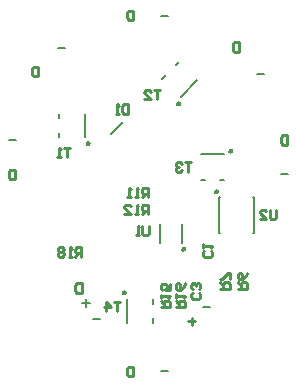
<source format=gbo>
G04*
G04 #@! TF.GenerationSoftware,Altium Limited,Altium Designer,20.0.10 (225)*
G04*
G04 Layer_Color=65280*
%FSLAX25Y25*%
%MOIN*%
G70*
G01*
G75*
%ADD10C,0.01575*%
%ADD12C,0.00787*%
%ADD13C,0.01000*%
%ADD93C,0.00500*%
D10*
X49539Y85387D02*
G03*
X49539Y85387I-98J0D01*
G01*
X66903Y69639D02*
G03*
X66903Y69639I-98J0D01*
G01*
X31404Y22451D02*
G03*
X31404Y22451I-98J0D01*
G01*
X19410Y72159D02*
G03*
X19410Y72159I-98J0D01*
G01*
X62136Y56080D02*
G03*
X62136Y56080I-197J0D01*
G01*
X51244Y36962D02*
G03*
X51244Y36962I-197J0D01*
G01*
D12*
X18622Y17828D02*
Y20190D01*
X17441Y19009D02*
X19804D01*
X20832Y13635D02*
X23195D01*
X26987Y75389D02*
X30885Y79286D01*
X50555Y39127D02*
Y45230D01*
X43271Y39127D02*
Y45230D01*
X43701Y114665D02*
X46063D01*
X83724Y62002D02*
X86086D01*
X57504Y17681D02*
X59866D01*
X43457Y-3635D02*
X45820D01*
X75702Y95423D02*
X78064D01*
X9272Y103891D02*
X11634D01*
X-6988Y73333D02*
X-4626D01*
D13*
X17181Y25528D02*
Y22379D01*
X15607D01*
X15082Y22904D01*
Y25003D01*
X15607Y25528D01*
X17181D01*
X34428Y116494D02*
Y113345D01*
X32853D01*
X32329Y113870D01*
Y115969D01*
X32853Y116494D01*
X34428D01*
X34357Y-2265D02*
Y-5413D01*
X32783D01*
X32258Y-4889D01*
Y-2790D01*
X32783Y-2265D01*
X34357D01*
X85720Y74934D02*
Y71786D01*
X84146D01*
X83621Y72310D01*
Y74410D01*
X84146Y74934D01*
X85720D01*
X69551Y105930D02*
Y102782D01*
X67977D01*
X67452Y103306D01*
Y105405D01*
X67977Y105930D01*
X69551D01*
X2767Y97758D02*
Y94609D01*
X1192D01*
X667Y95134D01*
Y97233D01*
X1192Y97758D01*
X2767D01*
X-5098Y63437D02*
Y60289D01*
X-6672D01*
X-7197Y60814D01*
Y62913D01*
X-6672Y63437D01*
X-5098D01*
X52776Y12847D02*
X54875D01*
X53826Y13897D02*
Y11798D01*
X39531Y44737D02*
Y42113D01*
X39006Y41588D01*
X37957D01*
X37432Y42113D01*
Y44737D01*
X36382Y41588D02*
X35333D01*
X35857D01*
Y44737D01*
X36382Y44212D01*
X48527Y17681D02*
X51676D01*
Y19256D01*
X51151Y19780D01*
X50102D01*
X49577Y19256D01*
Y17681D01*
Y18731D02*
X48527Y19780D01*
Y20830D02*
Y21879D01*
Y21355D01*
X51676D01*
X51151Y20830D01*
X51676Y25553D02*
X51151Y24503D01*
X50102Y23454D01*
X49052D01*
X48527Y23979D01*
Y25028D01*
X49052Y25553D01*
X49577D01*
X50102Y25028D01*
Y23454D01*
X43457Y17629D02*
X46606D01*
Y19203D01*
X46081Y19728D01*
X45032D01*
X44507Y19203D01*
Y17629D01*
Y18678D02*
X43457Y19728D01*
Y20777D02*
Y21827D01*
Y21302D01*
X46606D01*
X46081Y20777D01*
X46606Y25500D02*
Y23401D01*
X45032D01*
X45556Y24451D01*
Y24975D01*
X45032Y25500D01*
X43982D01*
X43457Y24975D01*
Y23926D01*
X43982Y23401D01*
X39235Y48675D02*
Y51823D01*
X37660D01*
X37135Y51299D01*
Y50249D01*
X37660Y49724D01*
X39235D01*
X38185D02*
X37135Y48675D01*
X36086D02*
X35036D01*
X35561D01*
Y51823D01*
X36086Y51299D01*
X31363Y48675D02*
X33462D01*
X31363Y50774D01*
Y51299D01*
X31888Y51823D01*
X32937D01*
X33462Y51299D01*
X39235Y54285D02*
Y57434D01*
X37660D01*
X37135Y56909D01*
Y55860D01*
X37660Y55335D01*
X39235D01*
X38185D02*
X37135Y54285D01*
X36086D02*
X35036D01*
X35561D01*
Y57434D01*
X36086Y56909D01*
X33462Y54285D02*
X32413D01*
X32937D01*
Y57434D01*
X33462Y56909D01*
X56230Y22483D02*
X56755Y21959D01*
Y20909D01*
X56230Y20384D01*
X54131D01*
X53606Y20909D01*
Y21959D01*
X54131Y22483D01*
X56230Y23533D02*
X56755Y24058D01*
Y25107D01*
X56230Y25632D01*
X55705D01*
X55180Y25107D01*
Y24582D01*
Y25107D01*
X54655Y25632D01*
X54131D01*
X53606Y25107D01*
Y24058D01*
X54131Y23533D01*
X32704Y85249D02*
Y82100D01*
X31130D01*
X30605Y82625D01*
Y84724D01*
X31130Y85249D01*
X32704D01*
X29555Y82100D02*
X28506D01*
X29031D01*
Y85249D01*
X29555Y84724D01*
X17034Y34502D02*
Y37650D01*
X15460D01*
X14935Y37125D01*
Y36076D01*
X15460Y35551D01*
X17034D01*
X15985D02*
X14935Y34502D01*
X13886D02*
X12836D01*
X13361D01*
Y37650D01*
X13886Y37125D01*
X11262D02*
X10737Y37650D01*
X9688D01*
X9163Y37125D01*
Y36601D01*
X9688Y36076D01*
X9163Y35551D01*
Y35026D01*
X9688Y34502D01*
X10737D01*
X11262Y35026D01*
Y35551D01*
X10737Y36076D01*
X11262Y36601D01*
Y37125D01*
X10737Y36076D02*
X9688D01*
X13281Y70741D02*
X11182D01*
X12231D01*
Y67592D01*
X10132D02*
X9083D01*
X9607D01*
Y70741D01*
X10132Y70216D01*
X81913Y50051D02*
Y47427D01*
X81389Y46902D01*
X80339D01*
X79814Y47427D01*
Y50051D01*
X76666Y46902D02*
X78765D01*
X76666Y49002D01*
Y49526D01*
X77191Y50051D01*
X78240D01*
X78765Y49526D01*
X29987Y19407D02*
X27887D01*
X28937D01*
Y16259D01*
X25264D02*
Y19407D01*
X26838Y17833D01*
X24739D01*
X53747Y65957D02*
X51648D01*
X52697D01*
Y62808D01*
X50598Y65432D02*
X50074Y65957D01*
X49024D01*
X48499Y65432D01*
Y64907D01*
X49024Y64382D01*
X49549D01*
X49024D01*
X48499Y63858D01*
Y63333D01*
X49024Y62808D01*
X50074D01*
X50598Y63333D01*
X43271Y90019D02*
X41172D01*
X42222D01*
Y86871D01*
X38024D02*
X40123D01*
X38024Y88970D01*
Y89495D01*
X38548Y90019D01*
X39598D01*
X40123Y89495D01*
X63316Y23759D02*
X66465D01*
Y25334D01*
X65940Y25859D01*
X64890D01*
X64366Y25334D01*
Y23759D01*
Y24809D02*
X63316Y25859D01*
X66465Y26908D02*
Y29007D01*
X65940D01*
X63841Y26908D01*
X63316D01*
X69200Y23759D02*
X72349D01*
Y25334D01*
X71824Y25859D01*
X70775D01*
X70250Y25334D01*
Y23759D01*
Y24809D02*
X69200Y25859D01*
X72349Y29007D02*
X71824Y27958D01*
X70775Y26908D01*
X69725D01*
X69200Y27433D01*
Y28482D01*
X69725Y29007D01*
X70250D01*
X70775Y28482D01*
Y26908D01*
X60163Y36420D02*
X60687Y35895D01*
Y34846D01*
X60163Y34321D01*
X58064D01*
X57539Y34846D01*
Y35895D01*
X58064Y36420D01*
X57539Y37470D02*
Y38519D01*
Y37995D01*
X60687D01*
X60163Y37470D01*
D93*
X48466Y98193D02*
X49579Y99306D01*
X44012Y93739D02*
X45125Y94852D01*
X50136Y87614D02*
X55704Y93182D01*
X56863Y68557D02*
X64737D01*
X63163Y59895D02*
X64737D01*
X56863D02*
X58438D01*
X41050Y12510D02*
Y14085D01*
Y18810D02*
Y20384D01*
X32389Y12510D02*
Y20384D01*
X18229Y74226D02*
Y82100D01*
X9567Y74226D02*
Y75801D01*
Y80525D02*
Y82100D01*
X74242Y42399D02*
X74636D01*
X74242Y54210D02*
X74636D01*
X62825D02*
X63219D01*
X62825Y42399D02*
X63219D01*
X74636D02*
Y54210D01*
X62825Y42399D02*
Y54210D01*
M02*

</source>
